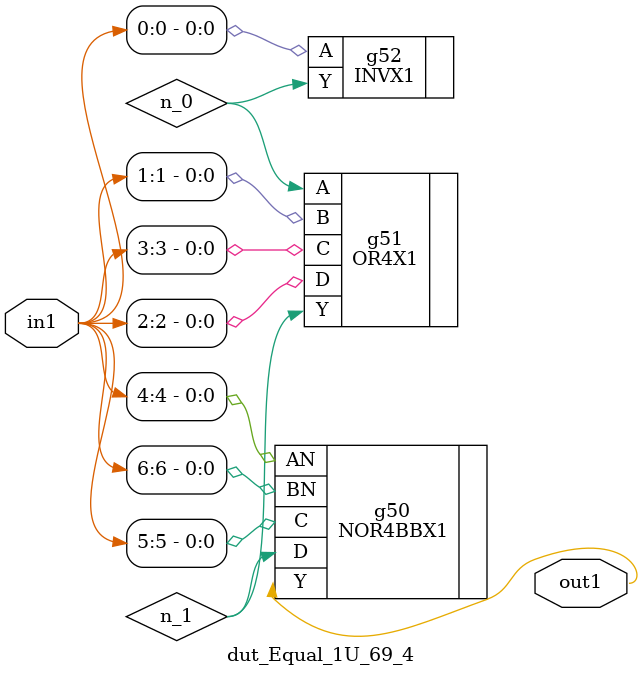
<source format=v>
`timescale 1ps / 1ps


module dut_Equal_1U_69_4(in1, out1);
  input [6:0] in1;
  output out1;
  wire [6:0] in1;
  wire out1;
  wire n_0, n_1;
  NOR4BBX1 g50(.AN (in1[4]), .BN (in1[6]), .C (in1[5]), .D (n_1), .Y
       (out1));
  OR4X1 g51(.A (n_0), .B (in1[1]), .C (in1[3]), .D (in1[2]), .Y (n_1));
  INVX1 g52(.A (in1[0]), .Y (n_0));
endmodule



</source>
